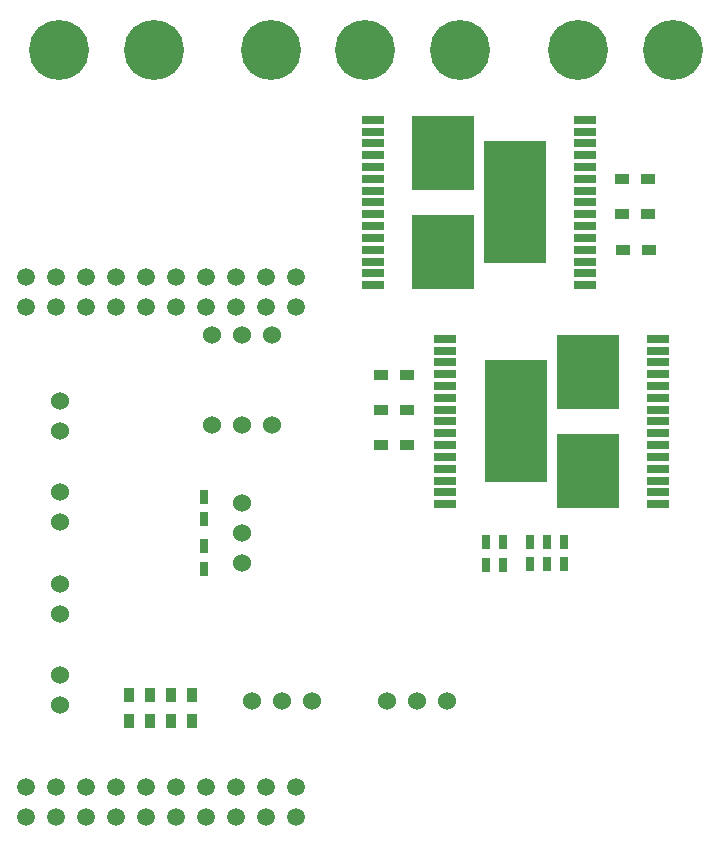
<source format=gbr>
G04 #@! TF.FileFunction,Soldermask,Top*
%FSLAX46Y46*%
G04 Gerber Fmt 4.6, Leading zero omitted, Abs format (unit mm)*
G04 Created by KiCad (PCBNEW 4.0.7) date 03/25/18 17:44:10*
%MOMM*%
%LPD*%
G01*
G04 APERTURE LIST*
%ADD10C,0.100000*%
%ADD11C,1.520000*%
%ADD12C,1.524000*%
%ADD13R,0.750000X1.200000*%
%ADD14R,1.854200X0.635000*%
%ADD15R,5.257800X6.223000*%
%ADD16R,5.257800X10.312400*%
%ADD17C,5.080000*%
%ADD18R,1.200000X0.900000*%
%ADD19R,0.900000X1.200000*%
G04 APERTURE END LIST*
D10*
D11*
X119278400Y-204774800D03*
X121818400Y-204774800D03*
X124358400Y-204774800D03*
X126898400Y-204774800D03*
X129438400Y-204774800D03*
X131978400Y-204774800D03*
X134518400Y-204774800D03*
X137058400Y-204774800D03*
X139598400Y-204774800D03*
X142138400Y-204774800D03*
X119278400Y-207314800D03*
X121818400Y-207314800D03*
X124358400Y-207314800D03*
X126898400Y-207314800D03*
X129438400Y-207314800D03*
X131978400Y-207314800D03*
X134518400Y-207314800D03*
X137058400Y-207314800D03*
X139598400Y-207314800D03*
X142138400Y-207314800D03*
X119278400Y-164134800D03*
X121818400Y-164134800D03*
X124358400Y-164134800D03*
X126898400Y-164134800D03*
X129438400Y-164134800D03*
X131978400Y-164134800D03*
X134518400Y-164134800D03*
X137058400Y-164134800D03*
X139598400Y-164134800D03*
X142138400Y-164134800D03*
X119278400Y-161594800D03*
X121818400Y-161594800D03*
X124358400Y-161594800D03*
X126898400Y-161594800D03*
X129438400Y-161594800D03*
X131978400Y-161594800D03*
X134518400Y-161594800D03*
X137058400Y-161594800D03*
X139598400Y-161594800D03*
X142138400Y-161594800D03*
D12*
X149860000Y-197485000D03*
X152400000Y-197485000D03*
X154940000Y-197485000D03*
X137541000Y-185801000D03*
X137541000Y-183261000D03*
X137541000Y-180721000D03*
X122174000Y-182372000D03*
X122174000Y-179832000D03*
D13*
X161950400Y-184012800D03*
X161950400Y-185912800D03*
D14*
X166636700Y-162295599D03*
X166636700Y-161295601D03*
X166636700Y-160295600D03*
X166636700Y-159295600D03*
X166636700Y-158295599D03*
X166636700Y-157295601D03*
X166636700Y-156295601D03*
X166636700Y-155295600D03*
X166636700Y-154295599D03*
X166636700Y-153295599D03*
X166636700Y-152295601D03*
X166636700Y-151295600D03*
X166636700Y-150295600D03*
X166636700Y-149295599D03*
X166636700Y-148295599D03*
X148628100Y-148295601D03*
X148628100Y-149295599D03*
X148628100Y-150295600D03*
X148628100Y-151295600D03*
X148628100Y-152295601D03*
X148628100Y-153295599D03*
X148628100Y-154295599D03*
X148628100Y-155295600D03*
X148628100Y-156295601D03*
X148628100Y-157295601D03*
X148628100Y-158295599D03*
X148628100Y-159295600D03*
X148628100Y-160295600D03*
X148628100Y-161295601D03*
X148628100Y-162295601D03*
D15*
X154584400Y-159461200D03*
D16*
X160680400Y-155295600D03*
D15*
X154584400Y-151130000D03*
D17*
X139980400Y-142367000D03*
X147979400Y-142367000D03*
X155980400Y-142367000D03*
X122071400Y-142367000D03*
X130072400Y-142367000D03*
X166013400Y-142367000D03*
X174014400Y-142367000D03*
D18*
X169799000Y-159321500D03*
X171999000Y-159321500D03*
X169758000Y-156273500D03*
X171958000Y-156273500D03*
X169758000Y-153289000D03*
X171958000Y-153289000D03*
X151518800Y-169875200D03*
X149318800Y-169875200D03*
X151518800Y-172872400D03*
X149318800Y-172872400D03*
X151518800Y-175818800D03*
X149318800Y-175818800D03*
D12*
X135001000Y-166497000D03*
X135001000Y-174117000D03*
X137541000Y-166497000D03*
X137541000Y-174117000D03*
X140081000Y-166497000D03*
X140081000Y-174117000D03*
D14*
X154774900Y-166837601D03*
X154774900Y-167837599D03*
X154774900Y-168837600D03*
X154774900Y-169837600D03*
X154774900Y-170837601D03*
X154774900Y-171837599D03*
X154774900Y-172837599D03*
X154774900Y-173837600D03*
X154774900Y-174837601D03*
X154774900Y-175837601D03*
X154774900Y-176837599D03*
X154774900Y-177837600D03*
X154774900Y-178837600D03*
X154774900Y-179837601D03*
X154774900Y-180837601D03*
X172783500Y-180837599D03*
X172783500Y-179837601D03*
X172783500Y-178837600D03*
X172783500Y-177837600D03*
X172783500Y-176837599D03*
X172783500Y-175837601D03*
X172783500Y-174837601D03*
X172783500Y-173837600D03*
X172783500Y-172837599D03*
X172783500Y-171837599D03*
X172783500Y-170837601D03*
X172783500Y-169837600D03*
X172783500Y-168837600D03*
X172783500Y-167837599D03*
X172783500Y-166837599D03*
D15*
X166827200Y-169672000D03*
D16*
X160731200Y-173837600D03*
D15*
X166827200Y-178003200D03*
D13*
X134366000Y-186304000D03*
X134366000Y-184404000D03*
X134366000Y-180218000D03*
X134366000Y-182118000D03*
D19*
X133350000Y-197020000D03*
X133350000Y-199220000D03*
X131572000Y-197020000D03*
X131572000Y-199220000D03*
X129794000Y-197020000D03*
X129794000Y-199220000D03*
X128016000Y-197020000D03*
X128016000Y-199220000D03*
D12*
X122174000Y-174625000D03*
X122174000Y-172085000D03*
X122174000Y-190119000D03*
X122174000Y-187579000D03*
X122174000Y-197866000D03*
X122174000Y-195326000D03*
D13*
X163372800Y-184012800D03*
X163372800Y-185912800D03*
X159664400Y-184063600D03*
X159664400Y-185963600D03*
X158242000Y-184063600D03*
X158242000Y-185963600D03*
X164795200Y-184012800D03*
X164795200Y-185912800D03*
D12*
X138430000Y-197485000D03*
X140970000Y-197485000D03*
X143510000Y-197485000D03*
M02*

</source>
